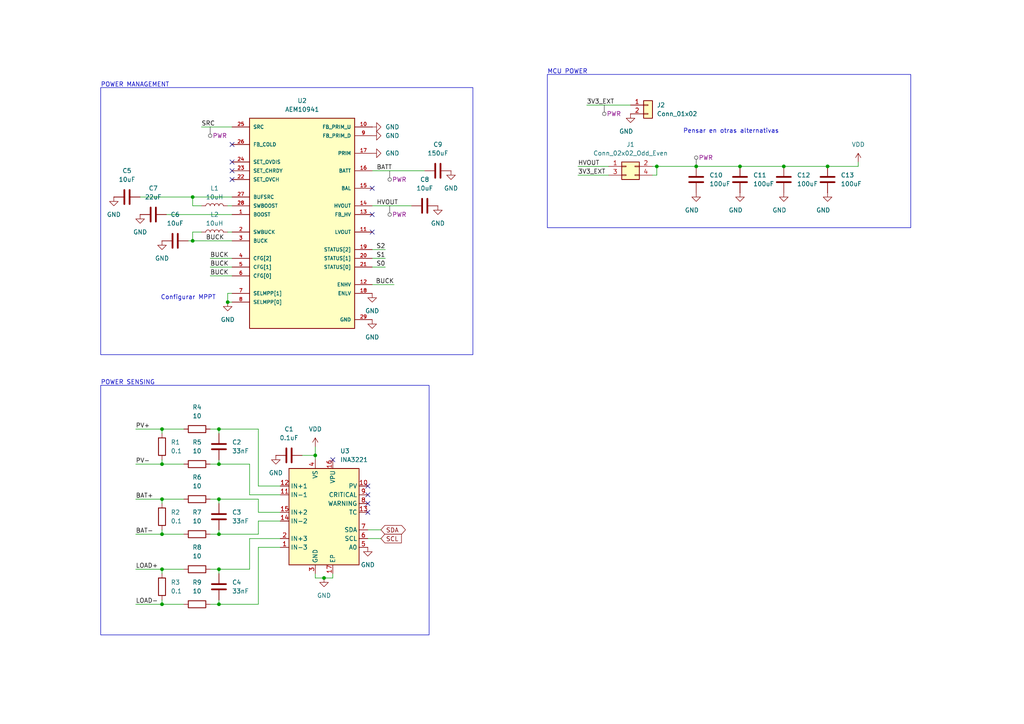
<source format=kicad_sch>
(kicad_sch (version 20250114) (generator "eeschema") (generator_version "9.0")
  (paper "A4")
  (lib_symbols
    (symbol "AEM10941-QFN:AEM10941-QFN" (pin_names (offset 1.016))
      (property "Reference" "U" (at -15.24 31.242 0))
      (property "Value" "AEM10941-QFN" (at -15.24 -33.02 0))
      (symbol "AEM10941-QFN_0_0"
        (rectangle (start -15.24 -30.48) (end 15.24 30.48) (stroke (width 0.254)) (fill (type background)))
        (pin input line (at -20.32 27.94 0) (length 5.08) (name "SRC") (number "25"))
        (pin bidirectional line (at -20.32 22.86 0) (length 5.08) (name "FB_COLD") (number "26"))
        (pin bidirectional line (at -20.32 17.78 0) (length 5.08) (name "SET_OVDIS") (number "24"))
        (pin bidirectional line (at -20.32 15.24 0) (length 5.08) (name "SET_CHRDY") (number "23"))
        (pin bidirectional line (at -20.32 12.7 0) (length 5.08) (name "SET_OVCH") (number "22"))
        (pin bidirectional line (at -20.32 7.62 0) (length 5.08) (name "BUFSRC") (number "27"))
        (pin bidirectional line (at -20.32 5.08 0) (length 5.08) (name "SWBOOST") (number "28"))
        (pin output line (at -20.32 2.54 0) (length 5.08) (name "BOOST") (number "1"))
        (pin bidirectional line (at -20.32 -2.54 0) (length 5.08) (name "SWBUCK") (number "2"))
        (pin output line (at -20.32 -5.08 0) (length 5.08) (name "BUCK") (number "3"))
        (pin bidirectional line (at -20.32 -10.16 0) (length 5.08) (name "CFG[2]") (number "4"))
        (pin bidirectional line (at -20.32 -12.7 0) (length 5.08) (name "CFG[1]") (number "5"))
        (pin bidirectional line (at -20.32 -15.24 0) (length 5.08) (name "CFG[0]") (number "6"))
        (pin bidirectional line (at -20.32 -20.32 0) (length 5.08) (name "SELMPP[1]") (number "7"))
        (pin bidirectional line (at -20.32 -22.86 0) (length 5.08) (name "SELMPP[0]") (number "8"))
        (pin bidirectional line (at 20.32 27.94 180) (length 5.08) (name "FB_PRIM_U") (number "10"))
        (pin bidirectional line (at 20.32 25.4 180) (length 5.08) (name "FB_PRIM_D") (number "9"))
        (pin bidirectional line (at 20.32 20.32 180) (length 5.08) (name "PRIM") (number "17"))
        (pin output line (at 20.32 15.24 180) (length 5.08) (name "BATT") (number "16"))
        (pin bidirectional line (at 20.32 10.16 180) (length 5.08) (name "BAL") (number "15"))
        (pin output line (at 20.32 5.08 180) (length 5.08) (name "HVOUT") (number "14"))
        (pin bidirectional line (at 20.32 2.54 180) (length 5.08) (name "FB_HV") (number "13"))
        (pin output line (at 20.32 -2.54 180) (length 5.08) (name "LVOUT") (number "11"))
        (pin output line (at 20.32 -7.62 180) (length 5.08) (name "STATUS[2]") (number "19"))
        (pin output line (at 20.32 -10.16 180) (length 5.08) (name "STATUS[1]") (number "20"))
        (pin output line (at 20.32 -12.7 180) (length 5.08) (name "STATUS[0]") (number "21"))
        (pin input line (at 20.32 -17.78 180) (length 5.08) (name "ENHV") (number "12"))
        (pin input line (at 20.32 -20.32 180) (length 5.08) (name "ENLV") (number "18"))
        (pin power_in line (at 20.32 -27.94 180) (length 5.08) (name "GND") (number "29"))
      )
    )
    (symbol "Connector_Generic:Conn_01x02" (pin_names (offset 1.016) (hide yes))
      (property "Reference" "J" (at 0 2.54 0))
      (property "Value" "Conn_01x02" (at 0 -5.08 0))
      (symbol "Conn_01x02_1_1"
        (rectangle (start -1.27 1.27) (end 1.27 -3.81) (stroke (width 0.254)) (fill (type background)))
        (rectangle (start -1.27 0.127) (end 0 -0.127) (stroke (width 0.1524)))
        (rectangle (start -1.27 -2.413) (end 0 -2.667) (stroke (width 0.1524)))
        (pin passive line (at -5.08 0 0) (length 3.81) (name "Pin_1") (number "1"))
        (pin passive line (at -5.08 -2.54 0) (length 3.81) (name "Pin_2") (number "2"))
      )
    )
    (symbol "Connector_Generic:Conn_02x02_Odd_Even" (pin_names (offset 1.016) (hide yes))
      (property "Reference" "J" (at 1.27 2.54 0))
      (property "Value" "Conn_02x02_Odd_Even" (at 1.27 -5.08 0))
      (symbol "Conn_02x02_Odd_Even_1_1"
        (rectangle (start -1.27 1.27) (end 3.81 -3.81) (stroke (width 0.254)) (fill (type background)))
        (rectangle (start -1.27 0.127) (end 0 -0.127) (stroke (width 0.1524)))
        (rectangle (start -1.27 -2.413) (end 0 -2.667) (stroke (width 0.1524)))
        (rectangle (start 3.81 0.127) (end 2.54 -0.127) (stroke (width 0.1524)))
        (rectangle (start 3.81 -2.413) (end 2.54 -2.667) (stroke (width 0.1524)))
        (pin passive line (at -5.08 0 0) (length 3.81) (name "Pin_1") (number "1"))
        (pin passive line (at -5.08 -2.54 0) (length 3.81) (name "Pin_3") (number "3"))
        (pin passive line (at 7.62 0 180) (length 3.81) (name "Pin_2") (number "2"))
        (pin passive line (at 7.62 -2.54 180) (length 3.81) (name "Pin_4") (number "4"))
      )
    )
    (symbol "Device:C" (pin_numbers (hide yes)) (pin_names (offset 0.254))
      (property "Reference" "C" (at 0.635 2.54 0))
      (property "Value" "C" (at 0.635 -2.54 0))
      (symbol "C_0_1"
        (polyline (pts (xy -2.032 0.762) (xy 2.032 0.762)) (stroke (width 0.508)))
        (polyline (pts (xy -2.032 -0.762) (xy 2.032 -0.762)) (stroke (width 0.508)))
      )
      (symbol "C_1_1"
        (pin passive line (at 0 3.81 270) (length 2.794) (name "~") (number "1"))
        (pin passive line (at 0 -3.81 90) (length 2.794) (name "~") (number "2"))
      )
    )
    (symbol "Device:L" (pin_numbers (hide yes)) (pin_names (offset 1.016) (hide yes))
      (property "Reference" "L" (at -1.27 0 90))
      (property "Value" "L" (at 1.905 0 90))
      (symbol "L_0_1"
        (arc (start 0 2.54) (mid 0.6323 1.905) (end 0 1.27))
        (arc (start 0 1.27) (mid 0.6323 0.635) (end 0 0))
        (arc (start 0 0) (mid 0.6323 -0.635) (end 0 -1.27))
        (arc (start 0 -1.27) (mid 0.6323 -1.905) (end 0 -2.54))
      )
      (symbol "L_1_1"
        (pin passive line (at 0 3.81 270) (length 1.27) (name "1") (number "1"))
        (pin passive line (at 0 -3.81 90) (length 1.27) (name "2") (number "2"))
      )
    )
    (symbol "Device:R" (pin_numbers (hide yes)) (pin_names (offset 0))
      (property "Reference" "R" (at 2.032 0 90))
      (property "Value" "R" (at 0 0 90))
      (symbol "R_0_1"
        (rectangle (start -1.016 -2.54) (end 1.016 2.54) (stroke (width 0.254)))
      )
      (symbol "R_1_1"
        (pin passive line (at 0 3.81 270) (length 1.27) (name "~") (number "1"))
        (pin passive line (at 0 -3.81 90) (length 1.27) (name "~") (number "2"))
      )
    )
    (symbol "Power_Management:INA3221"
      (property "Reference" "U" (at -10.16 17.78 0))
      (property "Value" "INA3221" (at 5.08 17.78 0))
      (symbol "INA3221_0_1"
        (rectangle (start 10.16 -12.7) (end -10.16 15.24) (stroke (width 0.254)) (fill (type background)))
      )
      (symbol "INA3221_1_1"
        (pin input line (at -12.7 10.16 0) (length 2.54) (name "IN+1") (number "12"))
        (pin input line (at -12.7 7.62 0) (length 2.54) (name "IN-1") (number "11"))
        (pin input line (at -12.7 2.54 0) (length 2.54) (name "IN+2") (number "15"))
        (pin input line (at -12.7 0 0) (length 2.54) (name "IN-2") (number "14"))
        (pin input line (at -12.7 -5.08 0) (length 2.54) (name "IN+3") (number "2"))
        (pin input line (at -12.7 -7.62 0) (length 2.54) (name "IN-3") (number "1"))
        (pin power_in line (at -2.54 17.78 270) (length 2.54) (name "VS") (number "4"))
        (pin power_in line (at -2.54 -15.24 90) (length 2.54) (name "GND") (number "3"))
        (pin power_in line (at 2.54 17.78 270) (length 2.54) (name "VPU") (number "16"))
        (pin passive line (at 2.54 -15.24 90) (length 2.54) (name "EP") (number "17"))
        (pin open_collector line (at 12.7 10.16 180) (length 2.54) (name "PV") (number "10"))
        (pin open_collector line (at 12.7 7.62 180) (length 2.54) (name "CRITICAL") (number "9"))
        (pin open_collector line (at 12.7 5.08 180) (length 2.54) (name "WARNING") (number "8"))
        (pin open_collector line (at 12.7 2.54 180) (length 2.54) (name "TC") (number "13"))
        (pin bidirectional line (at 12.7 -2.54 180) (length 2.54) (name "SDA") (number "7"))
        (pin input line (at 12.7 -5.08 180) (length 2.54) (name "SCL") (number "6"))
        (pin input line (at 12.7 -7.62 180) (length 2.54) (name "A0") (number "5"))
      )
    )
    (symbol "power:GND" (power) (pin_numbers (hide yes)) (pin_names (offset 0) (hide yes))
      (property "Value" "GND" (at 0 -3.81 0))
      (symbol "GND_0_1"
        (polyline (pts (xy 0 0) (xy 0 -1.27) (xy 1.27 -1.27) (xy 0 -2.54) (xy -1.27 -1.27) (xy 0 -1.27)))
      )
      (symbol "GND_1_1"
        (pin power_in line (at 0 0 270) (length 0) (name "~") (number "1"))
      )
    )
    (symbol "power:VDD" (power) (pin_numbers (hide yes)) (pin_names (offset 0) (hide yes))
      (property "Value" "VDD" (at 0 3.556 0))
      (symbol "VDD_0_1"
        (polyline (pts (xy -0.762 1.27) (xy 0 2.54)))
        (polyline (pts (xy 0 2.54) (xy 0.762 1.27)))
        (polyline (pts (xy 0 0) (xy 0 2.54)))
      )
      (symbol "VDD_1_1"
        (pin power_in line (at 0 0 90) (length 0) (name "~") (number "1"))
      )
    )
  )
  (rectangle (start 29.21 25.4) (end 137.16 102.87))
  (rectangle (start 158.75 21.59) (end 264.16 66.04))
  (rectangle (start 29.21 111.76) (end 124.46 184.15))
  (text "Configurar MPPT" (at 54.61 86.36 0) (effects (font (size 1.27 1.27))))
  (text "POWER MANAGEMENT" (at 29.21 25.4 0) (effects (font (size 1.27 1.27)) (justify left bottom)))
  (text "MCU POWER" (at 158.75 21.59 0) (effects (font (size 1.27 1.27)) (justify left bottom)))
  (text "POWER SENSING" (at 29.21 111.76 0) (effects (font (size 1.27 1.27)) (justify left bottom)))
  (text "Pensar en otras alternativas" (at 198.12 38.1 0) (effects (font (size 1.27 1.27)) (justify left)))
  (junction (at 46.99 175.26))
  (junction (at 46.99 165.1))
  (junction (at 55.88 69.85))
  (junction (at 240.03 48.26))
  (junction (at 46.99 144.78))
  (junction (at 63.5 124.46))
  (junction (at 227.33 48.26))
  (junction (at 63.5 154.94))
  (junction (at 46.99 154.94))
  (junction (at 201.93 48.26))
  (junction (at 66.04 87.63))
  (junction (at 214.63 48.26))
  (junction (at 91.44 132.08))
  (junction (at 63.5 144.78))
  (junction (at 55.88 57.15))
  (junction (at 63.5 165.1))
  (junction (at 46.99 134.62))
  (junction (at 63.5 175.26))
  (junction (at 46.99 124.46))
  (junction (at 190.5 48.26))
  (junction (at 93.98 167.64))
  (junction (at 63.5 134.62))
  (no_connect (at 107.95 62.23))
  (no_connect (at 107.95 54.61))
  (no_connect (at 106.68 146.05))
  (no_connect (at 67.31 46.99))
  (no_connect (at 67.31 49.53))
  (no_connect (at 107.95 67.31))
  (no_connect (at 96.52 133.35))
  (no_connect (at 67.31 52.07))
  (no_connect (at 106.68 143.51))
  (no_connect (at 106.68 140.97))
  (no_connect (at 67.31 41.91))
  (no_connect (at 106.68 148.59))
  (wire (pts (xy 107.95 77.47) (xy 111.76 77.47)))
  (wire (pts (xy 60.96 165.1) (xy 63.5 165.1)))
  (wire (pts (xy 63.5 144.78) (xy 74.93 144.78)))
  (wire (pts (xy 190.5 48.26) (xy 201.93 48.26)))
  (wire (pts (xy 72.39 143.51) (xy 81.28 143.51)))
  (wire (pts (xy 46.99 125.73) (xy 46.99 124.46)))
  (wire (pts (xy 201.93 48.26) (xy 214.63 48.26)))
  (wire (pts (xy 74.93 148.59) (xy 81.28 148.59)))
  (wire (pts (xy 63.5 153.67) (xy 63.5 154.94)))
  (wire (pts (xy 46.99 165.1) (xy 46.99 166.37)))
  (wire (pts (xy 46.99 173.99) (xy 46.99 175.26)))
  (wire (pts (xy 66.04 85.09) (xy 67.31 85.09)))
  (wire (pts (xy 63.5 173.99) (xy 63.5 175.26)))
  (wire (pts (xy 39.37 144.78) (xy 46.99 144.78)))
  (wire (pts (xy 60.96 175.26) (xy 63.5 175.26)))
  (wire (pts (xy 81.28 140.97) (xy 74.93 140.97)))
  (wire (pts (xy 46.99 144.78) (xy 53.34 144.78)))
  (wire (pts (xy 46.99 124.46) (xy 53.34 124.46)))
  (wire (pts (xy 240.03 48.26) (xy 248.92 48.26)))
  (wire (pts (xy 63.5 175.26) (xy 74.93 175.26)))
  (wire (pts (xy 46.99 134.62) (xy 53.34 134.62)))
  (wire (pts (xy 72.39 156.21) (xy 81.28 156.21)))
  (wire (pts (xy 91.44 129.54) (xy 91.44 132.08)))
  (wire (pts (xy 60.96 80.01) (xy 67.31 80.01)))
  (wire (pts (xy 60.96 134.62) (xy 63.5 134.62)))
  (wire (pts (xy 74.93 144.78) (xy 74.93 148.59)))
  (wire (pts (xy 66.04 87.63) (xy 67.31 87.63)))
  (wire (pts (xy 189.23 50.8) (xy 190.5 50.8)))
  (wire (pts (xy 60.96 144.78) (xy 63.5 144.78)))
  (wire (pts (xy 63.5 165.1) (xy 63.5 166.37)))
  (wire (pts (xy 167.64 48.26) (xy 176.53 48.26)))
  (wire (pts (xy 63.5 144.78) (xy 63.5 146.05)))
  (wire (pts (xy 66.04 67.31) (xy 67.31 67.31)))
  (wire (pts (xy 170.18 30.48) (xy 182.88 30.48)))
  (wire (pts (xy 72.39 134.62) (xy 72.39 143.51)))
  (wire (pts (xy 58.42 67.31) (xy 55.88 67.31)))
  (wire (pts (xy 214.63 48.26) (xy 227.33 48.26)))
  (wire (pts (xy 58.42 59.69) (xy 55.88 59.69)))
  (wire (pts (xy 40.64 57.15) (xy 55.88 57.15)))
  (wire (pts (xy 54.61 69.85) (xy 55.88 69.85)))
  (wire (pts (xy 190.5 50.8) (xy 190.5 48.26)))
  (wire (pts (xy 189.23 48.26) (xy 190.5 48.26)))
  (wire (pts (xy 96.52 167.64) (xy 96.52 166.37)))
  (wire (pts (xy 91.44 167.64) (xy 91.44 166.37)))
  (wire (pts (xy 55.88 67.31) (xy 55.88 69.85)))
  (wire (pts (xy 39.37 124.46) (xy 46.99 124.46)))
  (wire (pts (xy 74.93 124.46) (xy 63.5 124.46)))
  (wire (pts (xy 74.93 158.75) (xy 81.28 158.75)))
  (wire (pts (xy 66.04 59.69) (xy 67.31 59.69)))
  (wire (pts (xy 107.95 59.69) (xy 119.38 59.69)))
  (wire (pts (xy 74.93 140.97) (xy 74.93 124.46)))
  (wire (pts (xy 58.42 36.83) (xy 67.31 36.83)))
  (wire (pts (xy 227.33 48.26) (xy 240.03 48.26)))
  (wire (pts (xy 87.63 132.08) (xy 91.44 132.08)))
  (wire (pts (xy 107.95 49.53) (xy 123.19 49.53)))
  (wire (pts (xy 39.37 175.26) (xy 46.99 175.26)))
  (wire (pts (xy 55.88 69.85) (xy 67.31 69.85)))
  (wire (pts (xy 74.93 151.13) (xy 81.28 151.13)))
  (wire (pts (xy 46.99 146.05) (xy 46.99 144.78)))
  (wire (pts (xy 46.99 154.94) (xy 53.34 154.94)))
  (wire (pts (xy 55.88 57.15) (xy 67.31 57.15)))
  (wire (pts (xy 39.37 134.62) (xy 46.99 134.62)))
  (wire (pts (xy 74.93 154.94) (xy 74.93 151.13)))
  (wire (pts (xy 74.93 175.26) (xy 74.93 158.75)))
  (wire (pts (xy 60.96 154.94) (xy 63.5 154.94)))
  (wire (pts (xy 248.92 46.99) (xy 248.92 48.26)))
  (wire (pts (xy 60.96 77.47) (xy 67.31 77.47)))
  (wire (pts (xy 107.95 72.39) (xy 111.76 72.39)))
  (wire (pts (xy 91.44 132.08) (xy 91.44 133.35)))
  (wire (pts (xy 39.37 165.1) (xy 46.99 165.1)))
  (wire (pts (xy 91.44 167.64) (xy 93.98 167.64)))
  (wire (pts (xy 63.5 165.1) (xy 72.39 165.1)))
  (wire (pts (xy 63.5 134.62) (xy 72.39 134.62)))
  (wire (pts (xy 167.64 50.8) (xy 176.53 50.8)))
  (wire (pts (xy 46.99 133.35) (xy 46.99 134.62)))
  (wire (pts (xy 48.26 62.23) (xy 67.31 62.23)))
  (wire (pts (xy 106.68 153.67) (xy 110.49 153.67)))
  (wire (pts (xy 63.5 124.46) (xy 63.5 125.73)))
  (wire (pts (xy 55.88 59.69) (xy 55.88 57.15)))
  (wire (pts (xy 93.98 167.64) (xy 96.52 167.64)))
  (wire (pts (xy 46.99 165.1) (xy 53.34 165.1)))
  (wire (pts (xy 60.96 74.93) (xy 67.31 74.93)))
  (wire (pts (xy 107.95 74.93) (xy 111.76 74.93)))
  (wire (pts (xy 106.68 156.21) (xy 110.49 156.21)))
  (wire (pts (xy 66.04 87.63) (xy 66.04 85.09)))
  (wire (pts (xy 46.99 153.67) (xy 46.99 154.94)))
  (wire (pts (xy 63.5 124.46) (xy 60.96 124.46)))
  (wire (pts (xy 63.5 133.35) (xy 63.5 134.62)))
  (wire (pts (xy 107.95 82.55) (xy 114.3 82.55)))
  (wire (pts (xy 46.99 175.26) (xy 53.34 175.26)))
  (wire (pts (xy 72.39 165.1) (xy 72.39 156.21)))
  (wire (pts (xy 63.5 154.94) (xy 74.93 154.94)))
  (wire (pts (xy 39.37 154.94) (xy 46.99 154.94)))
  (label "3V3_EXT" (at 170.18 30.48 0))
  (label "BUCK" (at 114.3 82.55 180))
  (label "S1" (at 111.76 74.93 180))
  (label "PV+" (at 39.37 124.46 0))
  (label "BATT" (at 109.22 49.53 0))
  (label "LOAD-" (at 39.37 175.26 0))
  (label "BUCK" (at 60.96 80.01 0))
  (label "LOAD+" (at 39.37 165.1 0))
  (label "BUCK" (at 59.69 69.85 0))
  (label "BUCK" (at 60.96 77.47 0))
  (label "HVOUT" (at 109.22 59.69 0))
  (label "S0" (at 111.76 77.47 180))
  (label "HVOUT" (at 167.64 48.26 0))
  (label "S2" (at 111.76 72.39 180))
  (label "SRC" (at 58.42 36.83 0))
  (label "BAT+" (at 39.37 144.78 0))
  (label "BUCK" (at 60.96 74.93 0))
  (label "BAT-" (at 39.37 154.94 0))
  (label "PV-" (at 39.37 134.62 0))
  (label "3V3_EXT" (at 167.64 50.8 0))
  (global_label "SCL" (shape input) (at 110.49 156.21 0) (property "Intersheetrefs" "${INTERSHEET_REFS}" (effects (hide yes))))
  (global_label "SDA" (shape bidirectional) (at 110.49 153.67 0) (property "Intersheetrefs" "${INTERSHEET_REFS}" (effects (hide yes))))
  (netclass_flag "" (length 2.54) (shape round) (at 175.26 30.48 180) (property "Netclass" "PWR" (at 175.9585 33.02 0) (effects (justify left))))
  (netclass_flag "" (length 2.54) (shape round) (at 113.03 59.69 180) (property "Netclass" "PWR" (at 113.7285 62.23 0) (effects (justify left))))
  (netclass_flag "" (length 2.54) (shape round) (at 113.03 49.53 180) (property "Netclass" "PWR" (at 113.7285 52.07 0) (effects (justify left))))
  (netclass_flag "" (length 2.54) (shape round) (at 60.96 36.83 180) (property "Netclass" "PWR" (at 61.6585 39.37 0) (effects (justify left))))
  (netclass_flag "" (length 2.54) (shape round) (at 201.93 48.26 0) (property "Netclass" "PWR" (at 202.6285 45.72 0) (effects (justify left))))
  (symbol (lib_id "power:GND") (at 107.95 36.83 90) (unit 1)
    (property "Reference" "#PWR016" (effects (hide yes)))
    (property "Value" "GND" (at 111.76 36.8299 90) (effects (justify right)))
    (property "Description" "Power symbol creates a global label with name \"GND\" , ground" (effects (hide yes)))
  )
  (symbol (lib_id "power:GND") (at 240.03 55.88 0) (unit 1)
    (property "Reference" "#PWR021" (effects (hide yes)))
    (property "Value" "GND" (at 238.76 60.96 0))
    (property "Description" "Power symbol creates a global label with name \"GND\" , ground" (effects (hide yes)))
  )
  (symbol (lib_id "Device:C") (at 83.82 132.08 90) (unit 1)
    (property "Reference" "C1" (at 83.82 124.46 90))
    (property "Value" "0.1uF" (at 83.82 127 90))
    (property "Footprint" "Capacitor_SMD:C_0603_1608Metric" (effects (hide yes)))
    (property "Description" "Unpolarized capacitor" (effects (hide yes)))
    (property "Componente" "CC0603KRX7R9BB104" (effects (hide yes)))
  )
  (symbol (lib_id "Device:C") (at 214.63 52.07 180) (unit 1)
    (property "Reference" "C11" (at 218.44 50.7999 0) (effects (justify right)))
    (property "Value" "100uF" (at 218.44 53.3399 0) (effects (justify right)))
    (property "Description" "Unpolarized capacitor" (effects (hide yes)))
  )
  (symbol (lib_id "power:GND") (at 46.99 69.85 0) (unit 1)
    (property "Reference" "#PWR08" (effects (hide yes)))
    (property "Value" "GND" (at 46.99 74.93 0))
    (property "Description" "Power symbol creates a global label with name \"GND\" , ground" (effects (hide yes)))
  )
  (symbol (lib_id "Power_Management:INA3221") (at 93.98 151.13 0) (unit 1)
    (property "Reference" "U3" (at 98.6633 130.81 0) (effects (justify left)))
    (property "Value" "INA3221" (at 98.6633 133.35 0) (effects (justify left)))
    (property "Footprint" "Package_DFN_QFN:Texas_RGV0016A_VQFN-16-1EP_4x4mm_P0.65mm_EP2.1x2.1mm" (effects (hide yes)))
    (property "Datasheet" "http://www.ti.com/lit/ds/symlink/ina3221.pdf" (effects (hide yes)))
    (property "Description" "Triple-Channel High-Side Shunt and Bus Voltage Monitor with I2C and SMBUS Compatible Interface, QFN-16" (effects (hide yes)))
    (property "Componente" "INA3221AIRGVR" (effects (hide yes)))
  )
  (symbol (lib_id "power:GND") (at 182.88 33.02 0) (unit 1)
    (property "Reference" "#PWR040" (effects (hide yes)))
    (property "Value" "GND" (at 181.61 38.1 0))
    (property "Description" "Power symbol creates a global label with name \"GND\" , ground" (effects (hide yes)))
  )
  (symbol (lib_id "power:VDD") (at 248.92 46.99 0) (unit 1)
    (property "Reference" "#PWR038" (effects (hide yes)))
    (property "Value" "VDD" (at 248.92 41.91 0))
    (property "Description" "Power symbol creates a global label with name \"VDD\"" (effects (hide yes)))
  )
  (symbol (lib_id "power:GND") (at 214.63 55.88 0) (unit 1)
    (property "Reference" "#PWR019" (effects (hide yes)))
    (property "Value" "GND" (at 213.36 60.96 0))
    (property "Description" "Power symbol creates a global label with name \"GND\" , ground" (effects (hide yes)))
  )
  (symbol (lib_id "power:GND") (at 40.64 62.23 0) (unit 1)
    (property "Reference" "#PWR07" (effects (hide yes)))
    (property "Value" "GND" (at 40.64 67.31 0))
    (property "Description" "Power symbol creates a global label with name \"GND\" , ground" (effects (hide yes)))
  )
  (symbol (lib_id "Device:R") (at 57.15 124.46 270) (unit 1)
    (property "Reference" "R4" (at 57.15 118.11 90))
    (property "Value" "10" (at 57.15 120.65 90))
    (property "Footprint" "Resistor_SMD:R_0603_1608Metric" (effects (hide yes)))
    (property "Description" "Resistor" (effects (hide yes)))
    (property "Componente" "RC0603FR-0710RL " (effects (hide yes)))
  )
  (symbol (lib_id "power:GND") (at 106.68 158.75 0) (unit 1)
    (property "Reference" "#PWR02" (effects (hide yes)))
    (property "Value" "GND" (at 106.68 163.83 0))
    (property "Description" "Power symbol creates a global label with name \"GND\" , ground" (effects (hide yes)))
  )
  (symbol (lib_id "Device:C") (at 127 49.53 90) (unit 1)
    (property "Reference" "C9" (at 127 41.91 90))
    (property "Value" "150uF" (at 127 44.45 90))
    (property "Footprint" "Capacitor_SMD:C_1206_3216Metric" (effects (hide yes)))
    (property "Description" "Unpolarized capacitor" (effects (hide yes)))
  )
  (symbol (lib_id "Device:R") (at 57.15 154.94 270) (unit 1)
    (property "Reference" "R7" (at 57.15 148.59 90))
    (property "Value" "10" (at 57.15 151.13 90))
    (property "Footprint" "Resistor_SMD:R_0603_1608Metric" (effects (hide yes)))
    (property "Description" "Resistor" (effects (hide yes)))
    (property "Componente" "RC0603FR-0710RL " (effects (hide yes)))
  )
  (symbol (lib_id "Device:L") (at 62.23 67.31 90) (unit 1)
    (property "Reference" "L2" (at 62.23 62.23 90))
    (property "Value" "10uH" (at 62.23 64.77 90))
    (property "Footprint" "Inductor_SMD:L_0805_2012Metric" (effects (hide yes)))
    (property "Description" "Inductor" (effects (hide yes)))
    (property "Componente" "MLZ2012N100LT000" (effects (hide yes)))
  )
  (symbol (lib_id "Device:C") (at 36.83 57.15 270) (unit 1)
    (property "Reference" "C5" (at 36.83 49.53 90))
    (property "Value" "10uF" (at 36.83 52.07 90))
    (property "Footprint" "Capacitor_SMD:C_0805_2012Metric" (effects (hide yes)))
    (property "Description" "Unpolarized capacitor" (effects (hide yes)))
    (property "Componente" "GRM21BR71A106KE51L" (effects (hide yes)))
  )
  (symbol (lib_id "AEM10941-QFN:AEM10941-QFN") (at 87.63 64.77 0) (unit 1)
    (property "Reference" "U2" (at 87.63 29.21 0))
    (property "Value" "AEM10941" (at 87.63 31.75 0))
    (property "Footprint" "AEM10941-QFN:QFN50P500X500X90-29N" (effects (hide yes)))
    (property "Componente" "AEM10941-QFN" (effects (hide yes)))
  )
  (symbol (lib_id "Device:R") (at 57.15 175.26 270) (unit 1)
    (property "Reference" "R9" (at 57.15 168.91 90))
    (property "Value" "10" (at 57.15 171.45 90))
    (property "Footprint" "Resistor_SMD:R_0603_1608Metric" (effects (hide yes)))
    (property "Description" "Resistor" (effects (hide yes)))
    (property "Componente" "RC0603FR-0710RL " (effects (hide yes)))
  )
  (symbol (lib_id "power:GND") (at 80.01 132.08 0) (unit 1)
    (property "Reference" "#PWR03" (effects (hide yes)))
    (property "Value" "GND" (at 80.01 137.16 0))
    (property "Description" "Power symbol creates a global label with name \"GND\" , ground" (effects (hide yes)))
  )
  (symbol (lib_id "Connector_Generic:Conn_02x02_Odd_Even") (at 181.61 48.26 0) (unit 1)
    (property "Reference" "J1" (at 182.88 41.91 0))
    (property "Value" "Conn_02x02_Odd_Even" (at 182.88 44.45 0))
    (property "Footprint" "Connector_PinHeader_1.27mm:PinHeader_2x02_P1.27mm_Vertical" (effects (hide yes)))
    (property "Description" "Generic connector, double row, 02x02, odd/even pin numbering scheme (row 1 odd numbers, row 2 even numbers), script generated (kicad-library-utils/schlib/autogen/connector/)" (effects (hide yes)))
  )
  (symbol (lib_id "power:GND") (at 201.93 55.88 0) (unit 1)
    (property "Reference" "#PWR013" (effects (hide yes)))
    (property "Value" "GND" (at 200.66 60.96 0))
    (property "Description" "Power symbol creates a global label with name \"GND\" , ground" (effects (hide yes)))
  )
  (symbol (lib_id "Device:C") (at 50.8 69.85 90) (unit 1)
    (property "Reference" "C6" (at 50.8 62.23 90))
    (property "Value" "10uF" (at 50.8 64.77 90))
    (property "Footprint" "Capacitor_SMD:C_0805_2012Metric" (effects (hide yes)))
    (property "Description" "Unpolarized capacitor" (effects (hide yes)))
    (property "Componente" "GRM21BR71A106KE51L" (effects (hide yes)))
  )
  (symbol (lib_id "power:VDD") (at 91.44 129.54 0) (unit 1)
    (property "Reference" "#PWR041" (effects (hide yes)))
    (property "Value" "VDD" (at 91.44 124.46 0))
    (property "Description" "Power symbol creates a global label with name \"VDD\"" (effects (hide yes)))
  )
  (symbol (lib_id "Device:R") (at 46.99 149.86 0) (unit 1)
    (property "Reference" "R2" (at 49.53 148.5899 0) (effects (justify left)))
    (property "Value" "0.1" (at 49.53 151.1299 0) (effects (justify left)))
    (property "Footprint" "Resistor_SMD:R_2512_6332Metric" (effects (hide yes)))
    (property "Description" "Resistor" (effects (hide yes)))
    (property "Componente" "CSRN2512FTR100" (effects (hide yes)))
  )
  (symbol (lib_id "Device:C") (at 63.5 170.18 180) (unit 1)
    (property "Reference" "C4" (at 67.31 168.9099 0) (effects (justify right)))
    (property "Value" "33nF" (at 67.31 171.4499 0) (effects (justify right)))
    (property "Footprint" "Capacitor_SMD:C_0603_1608Metric" (effects (hide yes)))
    (property "Description" "Unpolarized capacitor" (effects (hide yes)))
    (property "Componente" "CC0603KRX7R9BB333" (effects (hide yes)))
  )
  (symbol (lib_id "Device:C") (at 227.33 52.07 180) (unit 1)
    (property "Reference" "C12" (at 231.14 50.7999 0) (effects (justify right)))
    (property "Value" "100uF" (at 231.14 53.3399 0) (effects (justify right)))
    (property "Description" "Unpolarized capacitor" (effects (hide yes)))
  )
  (symbol (lib_id "power:GND") (at 130.81 49.53 0) (unit 1)
    (property "Reference" "#PWR011" (effects (hide yes)))
    (property "Value" "GND" (at 130.81 54.61 0))
    (property "Description" "Power symbol creates a global label with name \"GND\" , ground" (effects (hide yes)))
  )
  (symbol (lib_id "Device:C") (at 240.03 52.07 180) (unit 1)
    (property "Reference" "C13" (at 243.84 50.7999 0) (effects (justify right)))
    (property "Value" "100uF" (at 243.84 53.3399 0) (effects (justify right)))
    (property "Description" "Unpolarized capacitor" (effects (hide yes)))
  )
  (symbol (lib_id "Connector_Generic:Conn_01x02") (at 187.96 30.48 0) (unit 1)
    (property "Reference" "J2" (at 190.5 30.4799 0) (effects (justify left)))
    (property "Value" "Conn_01x02" (at 190.5 33.0199 0) (effects (justify left)))
    (property "Footprint" "Connector_PinHeader_1.27mm:PinHeader_1x02_P1.27mm_Vertical" (effects (hide yes)))
    (property "Description" "Generic connector, single row, 01x02, script generated (kicad-library-utils/schlib/autogen/connector/)" (effects (hide yes)))
  )
  (symbol (lib_id "Device:R") (at 57.15 144.78 270) (unit 1)
    (property "Reference" "R6" (at 57.15 138.43 90))
    (property "Value" "10" (at 57.15 140.97 90))
    (property "Footprint" "Resistor_SMD:R_0603_1608Metric" (effects (hide yes)))
    (property "Description" "Resistor" (effects (hide yes)))
    (property "Componente" "RC0603FR-0710RL " (effects (hide yes)))
  )
  (symbol (lib_id "power:GND") (at 33.02 57.15 0) (unit 1)
    (property "Reference" "#PWR06" (effects (hide yes)))
    (property "Value" "GND" (at 33.02 62.23 0))
    (property "Description" "Power symbol creates a global label with name \"GND\" , ground" (effects (hide yes)))
  )
  (symbol (lib_id "Device:L") (at 62.23 59.69 90) (unit 1)
    (property "Reference" "L1" (at 62.23 54.61 90))
    (property "Value" "10uH" (at 62.23 57.15 90))
    (property "Footprint" "Inductor_SMD:L_Coilcraft_LPS4018" (effects (hide yes)))
    (property "Description" "Inductor" (effects (hide yes)))
    (property "Componente" "LPS4018-103MRC" (effects (hide yes)))
  )
  (symbol (lib_id "power:GND") (at 127 59.69 0) (unit 1)
    (property "Reference" "#PWR09" (effects (hide yes)))
    (property "Value" "GND" (at 127 64.77 0))
    (property "Description" "Power symbol creates a global label with name \"GND\" , ground" (effects (hide yes)))
  )
  (symbol (lib_id "Device:C") (at 44.45 62.23 270) (unit 1)
    (property "Reference" "C7" (at 44.45 54.61 90))
    (property "Value" "22uF" (at 44.45 57.15 90))
    (property "Footprint" "Capacitor_SMD:C_0805_2012Metric" (effects (hide yes)))
    (property "Description" "Unpolarized capacitor" (effects (hide yes)))
    (property "Componente" "GRM21BZ71A226ME15L" (effects (hide yes)))
  )
  (symbol (lib_id "power:GND") (at 107.95 85.09 0) (unit 1)
    (property "Reference" "#PWR012" (effects (hide yes)))
    (property "Value" "GND" (at 107.95 90.17 0))
    (property "Description" "Power symbol creates a global label with name \"GND\" , ground" (effects (hide yes)))
  )
  (symbol (lib_id "power:GND") (at 107.95 92.71 0) (unit 1)
    (property "Reference" "#PWR05" (effects (hide yes)))
    (property "Value" "GND" (at 107.95 97.79 0))
    (property "Description" "Power symbol creates a global label with name \"GND\" , ground" (effects (hide yes)))
  )
  (symbol (lib_id "power:GND") (at 227.33 55.88 0) (unit 1)
    (property "Reference" "#PWR020" (effects (hide yes)))
    (property "Value" "GND" (at 226.06 60.96 0))
    (property "Description" "Power symbol creates a global label with name \"GND\" , ground" (effects (hide yes)))
  )
  (symbol (lib_id "Device:R") (at 46.99 129.54 0) (unit 1)
    (property "Reference" "R1" (at 49.53 128.2699 0) (effects (justify left)))
    (property "Value" "0.1" (at 49.53 130.8099 0) (effects (justify left)))
    (property "Footprint" "Resistor_SMD:R_2512_6332Metric" (effects (hide yes)))
    (property "Description" "Resistor" (effects (hide yes)))
    (property "Componente" "CSRN2512FTR100" (effects (hide yes)))
  )
  (symbol (lib_id "Device:C") (at 123.19 59.69 90) (unit 1)
    (property "Reference" "C8" (at 123.19 52.07 90))
    (property "Value" "10uF" (at 123.19 54.61 90))
    (property "Footprint" "Capacitor_SMD:C_0805_2012Metric" (effects (hide yes)))
    (property "Description" "Unpolarized capacitor" (effects (hide yes)))
    (property "Componente" "GRM21BR71A106KE51L" (effects (hide yes)))
  )
  (symbol (lib_id "power:GND") (at 66.04 87.63 0) (unit 1)
    (property "Reference" "#PWR01" (effects (hide yes)))
    (property "Value" "GND" (at 66.04 92.71 0))
    (property "Description" "Power symbol creates a global label with name \"GND\" , ground" (effects (hide yes)))
  )
  (symbol (lib_id "Device:C") (at 201.93 52.07 180) (unit 1)
    (property "Reference" "C10" (at 205.74 50.7999 0) (effects (justify right)))
    (property "Value" "100uF" (at 205.74 53.3399 0) (effects (justify right)))
    (property "Description" "Unpolarized capacitor" (effects (hide yes)))
  )
  (symbol (lib_id "Device:R") (at 57.15 165.1 270) (unit 1)
    (property "Reference" "R8" (at 57.15 158.75 90))
    (property "Value" "10" (at 57.15 161.29 90))
    (property "Footprint" "Resistor_SMD:R_0603_1608Metric" (effects (hide yes)))
    (property "Description" "Resistor" (effects (hide yes)))
    (property "Componente" "RC0603FR-0710RL " (effects (hide yes)))
  )
  (symbol (lib_id "Device:R") (at 57.15 134.62 270) (unit 1)
    (property "Reference" "R5" (at 57.15 128.27 90))
    (property "Value" "10" (at 57.15 130.81 90))
    (property "Footprint" "Resistor_SMD:R_0603_1608Metric" (effects (hide yes)))
    (property "Description" "Resistor" (effects (hide yes)))
    (property "Componente" "RC0603FR-0710RL " (effects (hide yes)))
  )
  (symbol (lib_id "Device:R") (at 46.99 170.18 0) (unit 1)
    (property "Reference" "R3" (at 49.53 168.9099 0) (effects (justify left)))
    (property "Value" "0.1" (at 49.53 171.4499 0) (effects (justify left)))
    (property "Footprint" "Resistor_SMD:R_2512_6332Metric" (effects (hide yes)))
    (property "Description" "Resistor" (effects (hide yes)))
    (property "Componente" "CSRN2512FTR100" (effects (hide yes)))
  )
  (symbol (lib_id "Device:C") (at 63.5 129.54 180) (unit 1)
    (property "Reference" "C2" (at 67.31 128.2699 0) (effects (justify right)))
    (property "Value" "33nF" (at 67.31 130.8099 0) (effects (justify right)))
    (property "Footprint" "Capacitor_SMD:C_0603_1608Metric" (effects (hide yes)))
    (property "Description" "Unpolarized capacitor" (effects (hide yes)))
    (property "Componente" "CC0603KRX7R9BB333" (effects (hide yes)))
  )
  (symbol (lib_id "power:GND") (at 93.98 167.64 0) (unit 1)
    (property "Reference" "#PWR018" (effects (hide yes)))
    (property "Value" "GND" (at 93.98 172.72 0))
    (property "Description" "Power symbol creates a global label with name \"GND\" , ground" (effects (hide yes)))
  )
  (symbol (lib_id "power:GND") (at 107.95 39.37 90) (unit 1)
    (property "Reference" "#PWR015" (effects (hide yes)))
    (property "Value" "GND" (at 111.76 39.3699 90) (effects (justify right)))
    (property "Description" "Power symbol creates a global label with name \"GND\" , ground" (effects (hide yes)))
  )
  (symbol (lib_id "Device:C") (at 63.5 149.86 180) (unit 1)
    (property "Reference" "C3" (at 67.31 148.5899 0) (effects (justify right)))
    (property "Value" "33nF" (at 67.31 151.1299 0) (effects (justify right)))
    (property "Footprint" "Capacitor_SMD:C_0603_1608Metric" (effects (hide yes)))
    (property "Description" "Unpolarized capacitor" (effects (hide yes)))
    (property "Componente" "CC0603KRX7R9BB333" (effects (hide yes)))
  )
  (symbol (lib_id "power:GND") (at 107.95 44.45 90) (unit 1)
    (property "Reference" "#PWR014" (effects (hide yes)))
    (property "Value" "GND" (at 111.76 44.4499 90) (effects (justify right)))
    (property "Description" "Power symbol creates a global label with name \"GND\" , ground" (effects (hide yes)))
  )
)
</source>
